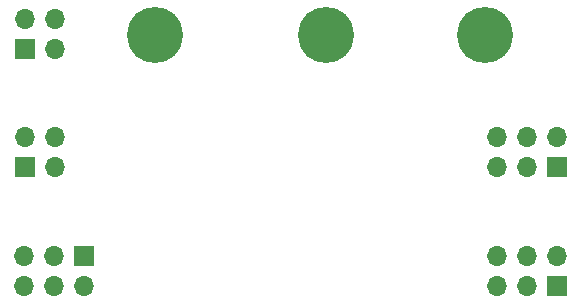
<source format=gbr>
%TF.GenerationSoftware,KiCad,Pcbnew,8.0.6*%
%TF.CreationDate,2024-11-12T19:13:31+01:00*%
%TF.ProjectId,EMG_amplifier,454d475f-616d-4706-9c69-666965722e6b,rev?*%
%TF.SameCoordinates,Original*%
%TF.FileFunction,Soldermask,Bot*%
%TF.FilePolarity,Negative*%
%FSLAX46Y46*%
G04 Gerber Fmt 4.6, Leading zero omitted, Abs format (unit mm)*
G04 Created by KiCad (PCBNEW 8.0.6) date 2024-11-12 19:13:31*
%MOMM*%
%LPD*%
G01*
G04 APERTURE LIST*
%ADD10C,4.750000*%
%ADD11O,1.700000X1.700000*%
%ADD12R,1.700000X1.700000*%
G04 APERTURE END LIST*
D10*
%TO.C,E2*%
X40000400Y-16067200D03*
%TD*%
%TO.C,E1*%
X53469200Y-16067200D03*
%TD*%
D11*
%TO.C,J4*%
X54448000Y-24754600D03*
X54448000Y-27294600D03*
X56988000Y-24754600D03*
X56988000Y-27294600D03*
X59528000Y-24754600D03*
D12*
X59528000Y-27294600D03*
%TD*%
D11*
%TO.C,J7*%
X14407400Y-37304800D03*
X14407400Y-34764800D03*
X16947400Y-37304800D03*
X16947400Y-34764800D03*
X19487400Y-37304800D03*
D12*
X19487400Y-34764800D03*
%TD*%
%TO.C,J1*%
X14498800Y-17255000D03*
D11*
X17038800Y-17255000D03*
X14498800Y-14715000D03*
X17038800Y-14715000D03*
%TD*%
%TO.C,J3*%
X54448000Y-34769400D03*
X54448000Y-37309400D03*
X56988000Y-34769400D03*
X56988000Y-37309400D03*
X59528000Y-34769400D03*
D12*
X59528000Y-37309400D03*
%TD*%
D11*
%TO.C,J2*%
X17038800Y-24754600D03*
X14498800Y-24754600D03*
X17038800Y-27294600D03*
D12*
X14498800Y-27294600D03*
%TD*%
D10*
%TO.C,E3*%
X25469200Y-16067200D03*
%TD*%
M02*

</source>
